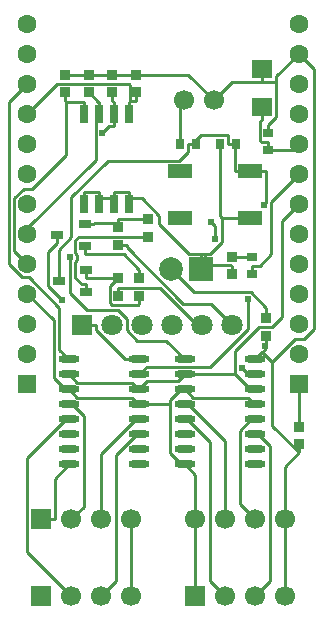
<source format=gtl>
G04 Layer: TopLayer*
G04 EasyEDA v6.5.29, 2023-07-08 22:53:17*
G04 f4c6c8685b5442dcac5e84d632293f1e,52c161dc85b4440087471843f8ea1cfe,10*
G04 Gerber Generator version 0.2*
G04 Scale: 100 percent, Rotated: No, Reflected: No *
G04 Dimensions in millimeters *
G04 leading zeros omitted , absolute positions ,4 integer and 5 decimal *
%FSLAX45Y45*%
%MOMM*%

%AMMACRO1*21,1,$1,$2,0,0,$3*%
%ADD10C,0.2540*%
%ADD11MACRO1,0.864X0.8065X0.0000*%
%ADD12R,0.8640X0.8065*%
%ADD13O,1.7999964X0.5999988*%
%ADD14R,0.7620X1.5240*%
%ADD15R,2.1000X1.2000*%
%ADD16R,0.8999X0.8000*%
%ADD17MACRO1,1.728X1.485X0.0000*%
%ADD18R,1.7280X1.4850*%
%ADD19R,0.9000X0.8000*%
%ADD20R,0.8000X0.9000*%
%ADD21R,1.0000X0.8000*%
%ADD22MACRO1,1.6X1.6X90.0000*%
%ADD23C,1.6000*%
%ADD24R,2.0000X2.0000*%
%ADD25C,2.0000*%
%ADD26R,1.7000X1.7000*%
%ADD27C,1.7000*%
%ADD28C,1.8000*%
%ADD29R,1.8000X1.8000*%
%ADD30C,0.6096*%
%ADD31C,0.0120*%

%LPD*%
D10*
X8906482Y13030959D02*
G01*
X8877830Y13002308D01*
X8877830Y12642771D01*
X8299980Y12064921D01*
X8299980Y12015975D01*
X8906482Y13083054D02*
G01*
X8906482Y13030959D01*
X8906482Y13083054D02*
G01*
X8906482Y13135124D01*
X8906482Y13135124D02*
G01*
X8899471Y13135124D01*
X8819969Y13214626D01*
X10056314Y10827484D02*
G01*
X10183314Y10700484D01*
X10227180Y10700484D01*
X9632820Y10827484D02*
G01*
X10056314Y10827484D01*
X10599976Y12269975D02*
G01*
X10454078Y12124077D01*
X10454078Y11314351D01*
X10369699Y11229972D01*
X10261165Y11229972D01*
X10056314Y11025121D01*
X10056314Y10827484D01*
X9247172Y10700484D02*
G01*
X9189082Y10758573D01*
X8721722Y10758573D01*
X8652812Y10827484D01*
X9632820Y10827484D02*
G01*
X9574730Y10769394D01*
X9316082Y10769394D01*
X9247172Y10700484D01*
X10319966Y11154661D02*
G01*
X10319966Y11073508D01*
X10310594Y11064135D01*
X10290705Y11018009D02*
G01*
X10310594Y11037897D01*
X10310594Y11064135D01*
X10290705Y11018009D02*
G01*
X10227180Y10954484D01*
X10290705Y11018009D02*
G01*
X10373662Y10935027D01*
X10373662Y10935027D02*
G01*
X10373662Y10392686D01*
X10599976Y10166372D01*
X10599976Y13539975D02*
G01*
X10724055Y13415896D01*
X10724055Y11211709D01*
X10639320Y11126975D01*
X10565610Y11126975D01*
X10373662Y10935027D01*
X9180979Y8949966D02*
G01*
X9180979Y9599978D01*
X10480977Y8949966D02*
G01*
X10480977Y9599978D01*
X9219994Y13365299D02*
G01*
X9661674Y13365299D01*
X9876990Y13149983D01*
X9019994Y13365299D02*
G01*
X9219994Y13365299D01*
X8819969Y13365299D02*
G01*
X8619970Y13365299D01*
X9019994Y13365299D02*
G01*
X8819969Y13365299D01*
X9247172Y10954484D02*
G01*
X9129138Y10954484D01*
X8882936Y11200686D01*
X8882936Y11249987D01*
X10599976Y10166372D02*
G01*
X10480977Y10047373D01*
X10480977Y9599978D01*
X8764978Y11249987D02*
G01*
X8882936Y11249987D01*
X9876990Y13149983D02*
G01*
X10034038Y13307032D01*
X10289969Y13307032D01*
X10599976Y10234648D02*
G01*
X10599976Y10166372D01*
X10409958Y13307032D02*
G01*
X10409958Y13349958D01*
X10599976Y13539975D01*
X10339981Y12937944D02*
G01*
X10409958Y13007921D01*
X10409958Y13307032D01*
X10409958Y13307032D02*
G01*
X10289969Y13307032D01*
X10289969Y13409241D02*
G01*
X10289969Y13307032D01*
X10339981Y12869974D02*
G01*
X10339981Y12937944D01*
X10319966Y11373584D02*
G01*
X10319966Y11393319D01*
X10192103Y11521183D01*
X9711789Y11521183D01*
X9512983Y11719989D01*
X8554971Y12009981D02*
G01*
X8554971Y11942010D01*
X8554971Y11942010D02*
G01*
X8476714Y11863753D01*
X8476714Y11574193D01*
X8590226Y11460680D01*
X10319966Y11305308D02*
G01*
X10319966Y11373584D01*
X9946053Y12149985D02*
G01*
X10057000Y12149985D01*
X9929975Y12779982D02*
G01*
X9929975Y12166064D01*
X9946053Y12149985D01*
X9805692Y11847954D02*
G01*
X9844554Y11847954D01*
X9946053Y11949452D01*
X9946053Y12149985D01*
X9766983Y11847954D02*
G01*
X9805692Y11847954D01*
X9805692Y11847954D02*
G01*
X9805692Y11756895D01*
X10016030Y11756895D01*
X10029974Y11742950D01*
X10029974Y11674650D02*
G01*
X10029974Y11742950D01*
X10289969Y12988516D02*
G01*
X10266880Y12965427D01*
X10266880Y12812392D01*
X10281333Y12797939D01*
X10339981Y12797939D01*
X8299980Y11507975D02*
G01*
X8523145Y11284811D01*
X8523145Y10799747D01*
X8622408Y10700484D01*
X8652812Y10700484D01*
X9247172Y10573484D02*
G01*
X9189082Y10631573D01*
X8721722Y10631573D01*
X8652812Y10700484D01*
X9507369Y10573484D02*
G01*
X9247172Y10573484D01*
X9718977Y8949966D02*
G01*
X9718977Y9599978D01*
X9507369Y10573484D02*
G01*
X9507369Y10159921D01*
X9601807Y10065484D01*
X9632820Y10065484D01*
X9632820Y10700484D02*
G01*
X9599114Y10700484D01*
X9507369Y10608739D01*
X9507369Y10573484D01*
X8418979Y9599978D02*
G01*
X8531959Y9599978D01*
X8652812Y10065484D02*
G01*
X8531959Y9944630D01*
X8531959Y9599978D01*
X10227180Y10573484D02*
G01*
X10169090Y10631573D01*
X9701730Y10631573D01*
X9632820Y10700484D01*
X9632820Y10065484D02*
G01*
X9718977Y9979327D01*
X9718977Y9599978D01*
X9160482Y12321054D02*
G01*
X9267466Y12321054D01*
X9419130Y12169391D01*
X9419130Y12098550D01*
X9669726Y11847954D01*
X9766983Y11847954D01*
X9160482Y12321054D02*
G01*
X9160482Y12373124D01*
X9160482Y12268959D02*
G01*
X9160482Y12321054D01*
X9033482Y12321054D02*
G01*
X9033482Y12373124D01*
X9033482Y12268959D02*
G01*
X9033482Y12321054D01*
X8906482Y12321054D02*
G01*
X8906482Y12373124D01*
X8906482Y12268959D02*
G01*
X8906482Y12321054D01*
X8906482Y12321054D02*
G01*
X9033482Y12321054D01*
X8779482Y12268959D02*
G01*
X8779482Y12373124D01*
X8779482Y12373124D02*
G01*
X8906482Y12373124D01*
X9160482Y12373124D02*
G01*
X9033482Y12373124D01*
X9766983Y11719989D02*
G01*
X9766983Y11847954D01*
X10339981Y12729969D02*
G01*
X10339981Y12797939D01*
X10289969Y13090725D02*
G01*
X10289969Y12988516D01*
X10339981Y12729969D02*
G01*
X10551970Y12729969D01*
X10599976Y12777975D01*
X9589970Y12779982D02*
G01*
X9589970Y13116963D01*
X9622990Y13149983D01*
X10189969Y12149985D02*
G01*
X10057000Y12149985D01*
X8794976Y11592938D02*
G01*
X8760990Y11592938D01*
X8706888Y11647040D01*
X8706888Y11778612D01*
X8721747Y11793471D01*
X8721747Y11842036D01*
X8706888Y11856895D01*
X8706888Y11967258D01*
X8734270Y11994639D01*
X9319994Y11994639D01*
X8794976Y11524993D02*
G01*
X8794976Y11592938D01*
X9033482Y13030959D02*
G01*
X9033482Y12926794D01*
X9033482Y12926794D02*
G01*
X8989006Y12926794D01*
X8936377Y12874165D01*
X9033482Y13083054D02*
G01*
X9033482Y13030959D01*
X9033482Y13083054D02*
G01*
X9033482Y13135124D01*
X9019994Y13214626D02*
G01*
X9019994Y13146351D01*
X9033482Y13135124D02*
G01*
X9031221Y13135124D01*
X9019994Y13146351D01*
X8564979Y11619989D02*
G01*
X8564979Y11883031D01*
X8669271Y11987324D01*
X8669271Y12327658D01*
X8979684Y12638072D01*
X9588065Y12638072D01*
X9662005Y12712011D01*
X9662005Y12779982D01*
X10189969Y12549985D02*
G01*
X10057000Y12549985D01*
X10035994Y12779982D02*
G01*
X10057000Y12758976D01*
X10057000Y12549985D01*
X10035994Y12779982D02*
G01*
X10002009Y12779982D01*
X10069979Y12779982D02*
G01*
X10035994Y12779982D01*
X10322938Y12549985D02*
G01*
X10322938Y12276325D01*
X10306555Y12259942D01*
X10189969Y12549985D02*
G01*
X10322938Y12549985D01*
X10599976Y10385295D02*
G01*
X10599976Y10745975D01*
X9695990Y12779982D02*
G01*
X9769091Y12853083D01*
X9996878Y12853083D01*
X10002009Y12847952D01*
X10002009Y12779982D01*
X9695990Y12779982D02*
G01*
X9662005Y12779982D01*
X9729975Y12779982D02*
G01*
X9695990Y12779982D01*
X9170108Y13146351D02*
G01*
X9219994Y13146351D01*
X9160482Y13109089D02*
G01*
X9160482Y13136725D01*
X9170108Y13146351D01*
X9170108Y13146351D02*
G01*
X9170108Y13275663D01*
X9162717Y13283054D01*
X8551059Y13283054D01*
X8299980Y13031975D01*
X9160482Y13030959D02*
G01*
X9160482Y13109089D01*
X9219994Y13214626D02*
G01*
X9219994Y13146351D01*
X10227180Y10827484D02*
G01*
X10171783Y10827484D01*
X10114861Y10884405D01*
X9632820Y10954484D02*
G01*
X9477524Y11109779D01*
X9232643Y11109779D01*
X9141838Y11200584D01*
X9141838Y11299187D01*
X9068813Y11372212D01*
X8805948Y11372212D01*
X8663200Y11514960D01*
X8663200Y11817753D01*
X9069981Y11924637D02*
G01*
X9141152Y11924637D01*
X9141152Y11924637D02*
G01*
X9141152Y11905485D01*
X9620704Y11425933D01*
X9859032Y11425933D01*
X10034978Y11249987D01*
X9780978Y11249987D02*
G01*
X9738916Y11249987D01*
X9425835Y11563068D01*
X9070108Y11563068D01*
X9069981Y11562941D01*
X9069981Y11494640D02*
G01*
X9069981Y11562941D01*
X10199977Y11821970D02*
G01*
X10127028Y11821970D01*
X10029974Y11825297D02*
G01*
X10123700Y11825297D01*
X10127028Y11821970D01*
X10199977Y11745948D02*
G01*
X10267947Y11745948D01*
X10365102Y11843103D01*
X10365102Y12289101D01*
X10599976Y12523975D01*
X10199977Y11677977D02*
G01*
X10199977Y11745948D01*
X9247172Y10446484D02*
G01*
X9217632Y10446484D01*
X8926979Y10155831D01*
X8926979Y9599978D01*
X8672979Y8949966D02*
G01*
X8300946Y9322000D01*
X8300946Y10115750D01*
X8631679Y10446484D01*
X8652812Y10446484D01*
X9247172Y10319484D02*
G01*
X9227817Y10319484D01*
X9053979Y10145646D01*
X9053979Y9076966D01*
X8926979Y8949966D01*
X9632820Y10573484D02*
G01*
X9662360Y10573484D01*
X9972977Y10262867D01*
X9972977Y9599978D01*
X10227180Y10446484D02*
G01*
X10197640Y10446484D01*
X10100002Y10348846D01*
X10100002Y9726952D01*
X10226977Y9599978D01*
X9632820Y10446484D02*
G01*
X9652175Y10446484D01*
X9845977Y10252682D01*
X9845977Y9076966D01*
X9972977Y8949966D01*
X10227180Y10319484D02*
G01*
X10254409Y10319484D01*
X10353977Y10219916D01*
X10353977Y9076966D01*
X10226977Y8949966D01*
X8299980Y13285975D02*
G01*
X8146945Y13132940D01*
X8146945Y11761797D01*
X8259315Y11649428D01*
X8312045Y11649428D01*
X8570643Y11390830D01*
X8570643Y11036653D01*
X8652812Y10954484D01*
X8784968Y11914985D02*
G01*
X8784968Y11847014D01*
X9249991Y11645313D02*
G01*
X9249991Y11713588D01*
X9249991Y11713588D02*
G01*
X9116565Y11847014D01*
X8784968Y11847014D01*
X9249991Y11494640D02*
G01*
X9249991Y11426365D01*
X9249991Y11426365D02*
G01*
X9240771Y11417145D01*
X9016616Y11417145D01*
X8998684Y11435077D01*
X8998684Y11574015D01*
X9069981Y11645313D01*
X8794976Y11714985D02*
G01*
X8794976Y11647015D01*
X9069981Y11645313D02*
G01*
X8796677Y11645313D01*
X8794976Y11647015D01*
X8784968Y12104977D02*
G01*
X8862946Y12104977D01*
X9069981Y12109447D02*
G01*
X8867416Y12109447D01*
X8862946Y12104977D01*
X9069981Y12109447D02*
G01*
X9069981Y12143585D01*
X9069981Y12075309D02*
G01*
X9069981Y12109447D01*
X9319994Y12145312D02*
G01*
X9248823Y12145312D01*
X9069981Y12143585D02*
G01*
X9247096Y12143585D01*
X9248823Y12145312D01*
X8652812Y10573484D02*
G01*
X8682352Y10573484D01*
X8781006Y10474830D01*
X8781006Y9708004D01*
X8672979Y9599978D01*
X8299980Y11761975D02*
G01*
X8191497Y11870458D01*
X8191497Y12318540D01*
X8269932Y12396975D01*
X8338995Y12396975D01*
X8631196Y12689177D01*
X8631196Y13135124D01*
X8631196Y13135124D02*
G01*
X8619970Y13146351D01*
X8779482Y13135124D02*
G01*
X8631196Y13135124D01*
X8619970Y13214626D02*
G01*
X8619970Y13146351D01*
X8779482Y13030959D02*
G01*
X8779482Y13135124D01*
X9887506Y11973735D02*
G01*
X9887506Y12081431D01*
X9851920Y12117016D01*
X9247172Y10827484D02*
G01*
X9310672Y10890984D01*
X9842980Y10890984D01*
X10167820Y11215824D01*
X10167820Y11462636D01*
D11*
G01*
X8619982Y13365298D03*
D12*
G01*
X8619972Y13214654D03*
D11*
G01*
X8819982Y13365298D03*
D12*
G01*
X8819972Y13214654D03*
D11*
G01*
X9019987Y13365298D03*
D12*
G01*
X9019997Y13214654D03*
D11*
G01*
X9219981Y13365298D03*
D12*
G01*
X9219971Y13214654D03*
D13*
G01*
X9247174Y10065486D03*
G01*
X9247174Y10192486D03*
G01*
X9247174Y10319486D03*
G01*
X9247174Y10446486D03*
G01*
X9247174Y10573486D03*
G01*
X9247174Y10700486D03*
G01*
X9247174Y10827486D03*
G01*
X9247174Y10954486D03*
G01*
X8652814Y10065486D03*
G01*
X8652814Y10192486D03*
G01*
X8652814Y10319486D03*
G01*
X8652814Y10446486D03*
G01*
X8652814Y10573486D03*
G01*
X8652814Y10700486D03*
G01*
X8652814Y10827486D03*
G01*
X8652814Y10954486D03*
G01*
X10227183Y10065486D03*
G01*
X10227183Y10192486D03*
G01*
X10227183Y10319486D03*
G01*
X10227183Y10446486D03*
G01*
X10227183Y10573486D03*
G01*
X10227183Y10700486D03*
G01*
X10227183Y10827486D03*
G01*
X10227183Y10954486D03*
G01*
X9632822Y10065486D03*
G01*
X9632822Y10192486D03*
G01*
X9632822Y10319486D03*
G01*
X9632822Y10446486D03*
G01*
X9632822Y10573486D03*
G01*
X9632822Y10700486D03*
G01*
X9632822Y10827486D03*
G01*
X9632822Y10954486D03*
D14*
G01*
X9033484Y13030962D03*
G01*
X9033484Y12268962D03*
G01*
X8906484Y12268962D03*
G01*
X8906484Y13030962D03*
G01*
X8779484Y13030962D03*
G01*
X8779484Y12268962D03*
G01*
X9160484Y12268962D03*
G01*
X9160484Y13030962D03*
D15*
G01*
X10189972Y12149962D03*
G01*
X9589973Y12149962D03*
G01*
X10189972Y12549962D03*
G01*
X9589973Y12549962D03*
D11*
G01*
X10599978Y10234654D03*
D12*
G01*
X10599978Y10385297D03*
D11*
G01*
X10319979Y11154652D03*
D12*
G01*
X10319969Y11305311D03*
D16*
G01*
X10199979Y11677980D03*
G01*
X10199979Y11821972D03*
D11*
G01*
X10029979Y11825301D03*
D12*
G01*
X10029977Y11674652D03*
D17*
G01*
X10289979Y13090723D03*
D18*
G01*
X10289971Y13409218D03*
D19*
G01*
X10339984Y12869976D03*
G01*
X10339984Y12729971D03*
D20*
G01*
X9729977Y12779984D03*
G01*
X9589973Y12779984D03*
G01*
X10069982Y12779984D03*
G01*
X9929977Y12779984D03*
D21*
G01*
X8784996Y12104979D03*
G01*
X8554974Y12009983D03*
G01*
X8784970Y11914962D03*
G01*
X8794978Y11714987D03*
G01*
X8564981Y11619992D03*
G01*
X8794978Y11524970D03*
D11*
G01*
X9319981Y12145300D03*
D12*
G01*
X9319971Y11994642D03*
D11*
G01*
X9249981Y11494651D03*
D12*
G01*
X9249994Y11645290D03*
D11*
G01*
X9069981Y11645301D03*
D12*
G01*
X9069984Y11494643D03*
D11*
G01*
X9069981Y12075300D03*
D12*
G01*
X9069984Y11924639D03*
D22*
G01*
X10599978Y10745975D03*
D23*
G01*
X10599978Y10999978D03*
G01*
X10599978Y11253978D03*
G01*
X10599978Y11507978D03*
G01*
X10599978Y11761978D03*
G01*
X10599978Y12015978D03*
G01*
X10599978Y12269978D03*
G01*
X10599978Y12523978D03*
G01*
X10599978Y12777978D03*
G01*
X10599978Y13031978D03*
G01*
X10599978Y13285978D03*
G01*
X10599978Y13539978D03*
G01*
X10599978Y13793978D03*
D22*
G01*
X8299983Y10745975D03*
D23*
G01*
X8299983Y10999978D03*
G01*
X8299983Y11253978D03*
G01*
X8299983Y11507978D03*
G01*
X8299983Y11761978D03*
G01*
X8299983Y12015978D03*
G01*
X8299983Y12269978D03*
G01*
X8299983Y12523978D03*
G01*
X8299983Y12777978D03*
G01*
X8299983Y13031978D03*
G01*
X8299983Y13285978D03*
G01*
X8299983Y13539978D03*
G01*
X8299983Y13793978D03*
D24*
G01*
X9766985Y11719966D03*
D25*
G01*
X9512985Y11719966D03*
D26*
G01*
X8418982Y9599980D03*
D27*
G01*
X8672982Y9599980D03*
G01*
X8926982Y9599980D03*
G01*
X9180982Y9599980D03*
D26*
G01*
X8418982Y8949969D03*
D27*
G01*
X8672982Y8949969D03*
G01*
X8926982Y8949969D03*
G01*
X9180982Y8949969D03*
G01*
X9718979Y9599980D03*
G01*
X9972979Y9599980D03*
G01*
X10226979Y9599980D03*
G01*
X10480979Y9599980D03*
D26*
G01*
X9718979Y8949969D03*
D27*
G01*
X9972979Y8949969D03*
G01*
X10226979Y8949969D03*
G01*
X10480979Y8949969D03*
D28*
G01*
X10034981Y11249964D03*
G01*
X9780981Y11249964D03*
G01*
X9526981Y11249964D03*
G01*
X9272981Y11249964D03*
G01*
X9018981Y11249964D03*
D29*
G01*
X8764981Y11249990D03*
D27*
G01*
X9876993Y13149961D03*
G01*
X9622993Y13149961D03*
D30*
G01*
X10310596Y11064138D03*
G01*
X8590229Y11460683D03*
G01*
X8936380Y12874167D03*
G01*
X10306558Y12259945D03*
G01*
X10114864Y10884408D03*
G01*
X8663203Y11817756D03*
G01*
X9851923Y12117019D03*
G01*
X9887508Y11973737D03*
G01*
X10167823Y11462638D03*
M02*

</source>
